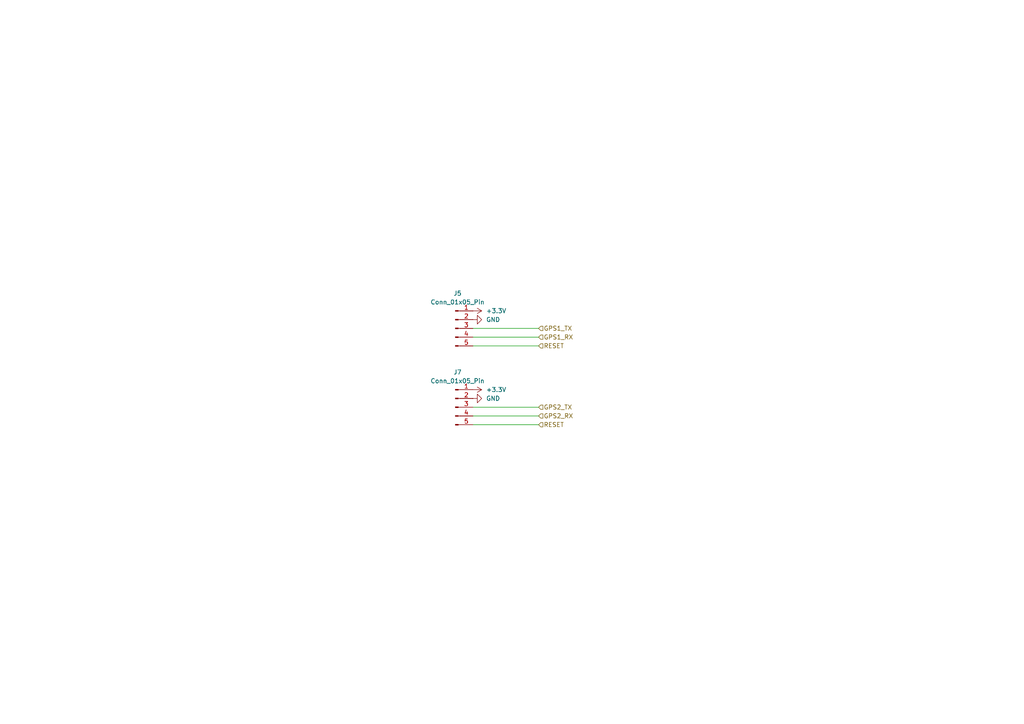
<source format=kicad_sch>
(kicad_sch (version 20250114) (generator "eeschema") (generator_version "9.0")
  (paper "A4")
  (lib_symbols
    (symbol "Connector:Conn_01x05_Pin" (pin_names (offset 1.016) (hide yes))
      (property "Reference" "J" (at 0 7.62 0))
      (property "Value" "Conn_01x05_Pin" (at 0 -7.62 0))
      (symbol "Conn_01x05_Pin_1_1"
        (rectangle (start 0.8636 5.207) (end 0 4.953) (stroke (width 0.1524)) (fill (type outline)))
        (rectangle (start 0.8636 2.667) (end 0 2.413) (stroke (width 0.1524)) (fill (type outline)))
        (rectangle (start 0.8636 0.127) (end 0 -0.127) (stroke (width 0.1524)) (fill (type outline)))
        (rectangle (start 0.8636 -2.413) (end 0 -2.667) (stroke (width 0.1524)) (fill (type outline)))
        (rectangle (start 0.8636 -4.953) (end 0 -5.207) (stroke (width 0.1524)) (fill (type outline)))
        (polyline (pts (xy 1.27 5.08) (xy 0.8636 5.08)) (stroke (width 0.1524)))
        (polyline (pts (xy 1.27 2.54) (xy 0.8636 2.54)) (stroke (width 0.1524)))
        (polyline (pts (xy 1.27 0) (xy 0.8636 0)) (stroke (width 0.1524)))
        (polyline (pts (xy 1.27 -2.54) (xy 0.8636 -2.54)) (stroke (width 0.1524)))
        (polyline (pts (xy 1.27 -5.08) (xy 0.8636 -5.08)) (stroke (width 0.1524)))
        (pin passive line (at 5.08 5.08 180) (length 3.81) (name "Pin_1") (number "1"))
        (pin passive line (at 5.08 2.54 180) (length 3.81) (name "Pin_2") (number "2"))
        (pin passive line (at 5.08 0 180) (length 3.81) (name "Pin_3") (number "3"))
        (pin passive line (at 5.08 -2.54 180) (length 3.81) (name "Pin_4") (number "4"))
        (pin passive line (at 5.08 -5.08 180) (length 3.81) (name "Pin_5") (number "5"))
      )
    )
    (symbol "power:+3.3V" (power) (pin_numbers (hide yes)) (pin_names (offset 0) (hide yes))
      (property "Value" "+3.3V" (at 0 3.556 0))
      (symbol "+3.3V_0_1"
        (polyline (pts (xy -0.762 1.27) (xy 0 2.54)))
        (polyline (pts (xy 0 2.54) (xy 0.762 1.27)))
        (polyline (pts (xy 0 0) (xy 0 2.54)))
      )
      (symbol "+3.3V_1_1"
        (pin power_in line (at 0 0 90) (length 0) (name "~") (number "1"))
      )
    )
    (symbol "power:GND" (power) (pin_numbers (hide yes)) (pin_names (offset 0) (hide yes))
      (property "Value" "GND" (at 0 -3.81 0))
      (symbol "GND_0_1"
        (polyline (pts (xy 0 0) (xy 0 -1.27) (xy 1.27 -1.27) (xy 0 -2.54) (xy -1.27 -1.27) (xy 0 -1.27)))
      )
      (symbol "GND_1_1"
        (pin power_in line (at 0 0 270) (length 0) (name "~") (number "1"))
      )
    )
  )
  (wire (pts (xy 137.16 120.65) (xy 156.21 120.65)))
  (wire (pts (xy 137.16 118.11) (xy 156.21 118.11)))
  (wire (pts (xy 156.21 100.33) (xy 137.16 100.33)))
  (wire (pts (xy 137.16 95.25) (xy 156.21 95.25)))
  (wire (pts (xy 156.21 123.19) (xy 137.16 123.19)))
  (wire (pts (xy 137.16 97.79) (xy 156.21 97.79)))
  (hierarchical_label "GPS2_TX" (shape input) (at 156.21 118.11 0))
  (hierarchical_label "RESET" (shape input) (at 156.21 100.33 0))
  (hierarchical_label "RESET" (shape input) (at 156.21 123.19 0))
  (hierarchical_label "GPS2_RX" (shape input) (at 156.21 120.65 0))
  (hierarchical_label "GPS1_TX" (shape input) (at 156.21 95.25 0))
  (hierarchical_label "GPS1_RX" (shape input) (at 156.21 97.79 0))
  (symbol (lib_id "power:+3.3V") (at 137.16 113.03 270) (unit 1)
    (property "Reference" "#PWR0102" (effects (hide yes)))
    (property "Value" "+3.3V" (at 140.97 113.0299 90) (effects (justify left)))
    (property "Description" "Power symbol creates a global label with name \"+3.3V\"" (effects (hide yes)))
  )
  (symbol (lib_id "power:GND") (at 137.16 115.57 90) (unit 1)
    (property "Reference" "#PWR0103" (effects (hide yes)))
    (property "Value" "GND" (at 140.97 115.5699 90) (effects (justify right)))
    (property "Description" "Power symbol creates a global label with name \"GND\" , ground" (effects (hide yes)))
  )
  (symbol (lib_id "power:GND") (at 137.16 92.71 90) (unit 1)
    (property "Reference" "#PWR054" (effects (hide yes)))
    (property "Value" "GND" (at 140.97 92.7099 90) (effects (justify right)))
    (property "Description" "Power symbol creates a global label with name \"GND\" , ground" (effects (hide yes)))
  )
  (symbol (lib_id "Connector:Conn_01x05_Pin") (at 132.08 95.25 0) (unit 1)
    (property "Reference" "J5" (at 132.715 85.09 0))
    (property "Value" "Conn_01x05_Pin" (at 132.715 87.63 0))
    (property "Footprint" "Library:JST_B5B-XH-A" (effects (hide yes)))
    (property "Description" "Generic connector, single row, 01x05, script generated" (effects (hide yes)))
    (property "LCSC Part" "C157991" (effects (hide yes)))
  )
  (symbol (lib_id "Connector:Conn_01x05_Pin") (at 132.08 118.11 0) (unit 1)
    (property "Reference" "J7" (at 132.715 107.95 0))
    (property "Value" "Conn_01x05_Pin" (at 132.715 110.49 0))
    (property "Footprint" "Library:JST_B5B-XH-A" (effects (hide yes)))
    (property "Description" "Generic connector, single row, 01x05, script generated" (effects (hide yes)))
    (property "LCSC Part" "C157991" (effects (hide yes)))
  )
  (symbol (lib_id "power:+3.3V") (at 137.16 90.17 270) (unit 1)
    (property "Reference" "#PWR053" (effects (hide yes)))
    (property "Value" "+3.3V" (at 140.97 90.1699 90) (effects (justify left)))
    (property "Description" "Power symbol creates a global label with name \"+3.3V\"" (effects (hide yes)))
  )
)
</source>
